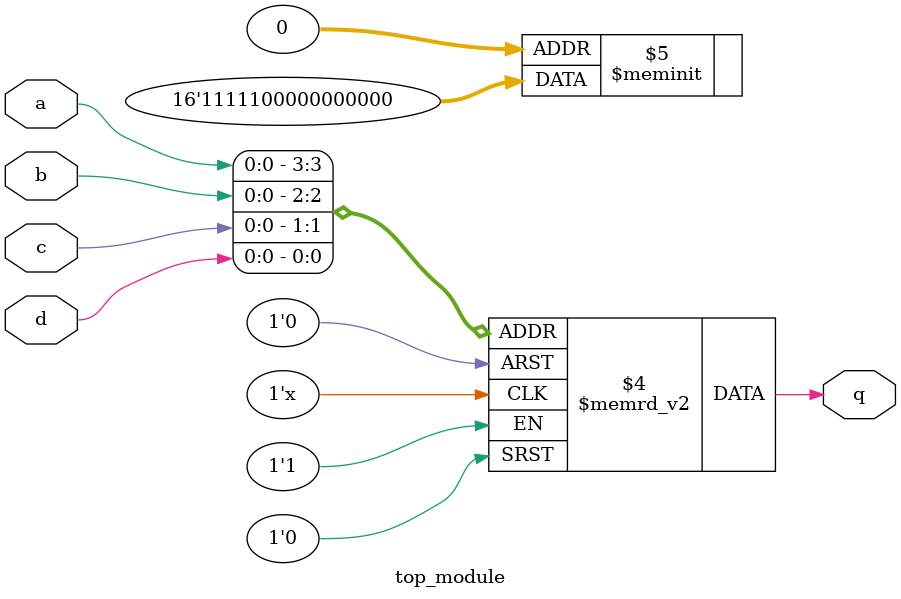
<source format=sv>
module top_module (
  input a,
  input b,
  input c,
  input d,
  output reg q
);

  always @(a, b, c, d) begin
    case ({a, b, c, d})
      4'b0000: q = 1'b0;
      4'b0001: q = 1'b0;
      4'b0010: q = 1'b0;
      4'b0011: q = 1'b0;
      4'b0100: q = 1'b0;
      4'b0101: q = 1'b0;
      4'b0110: q = 1'b0;
      4'b0111: q = 1'b0;
      4'b1000: q = 1'b0;
      4'b1001: q = 1'b0;
      4'b1010: q = 1'b0;
      4'b1011: q = 1'b1;
      4'b1100: q = 1'b1;
      4'b1101: q = 1'b1;
      4'b1110: q = 1'b1;
      4'b1111: q = 1'b1;
      default: q = 1'b0;
    endcase
  end
  
endmodule

</source>
